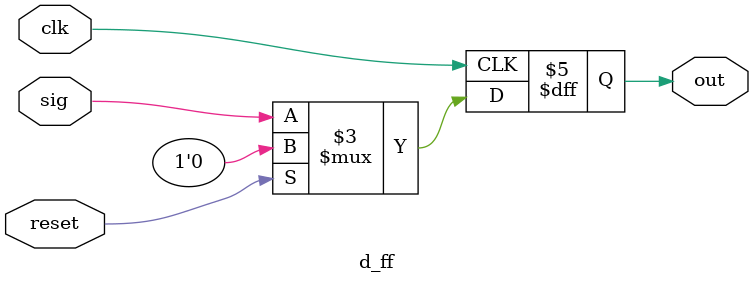
<source format=v>
`timescale 1ns / 1ps


module Johnson_Counter(input clk,reset,
output [3:0] q);
 wire q_bar_3;

   d_ff d_ff_0(.sig(~q[3]), .clk(clk), .out(q[0]), .reset(reset)); 
   d_ff d_ff_1(.sig(q[0]),  .clk(clk), .out(q[1]), .reset(reset)); 
   d_ff d_ff_2(.sig(q[1]),  .clk(clk), .out(q[2]), .reset(reset)); 
   d_ff d_ff_3(.sig(q[2]),  .clk(clk), .out(q[3]), .reset(reset)); 
        
endmodule


module d_ff(
    input clk, reset, sig,
    output reg out
    );
    
    always@(posedge clk)
          begin
            if({reset})
                out<= 1'b0;
            else 
                out <= sig;
            end

endmodule
</source>
